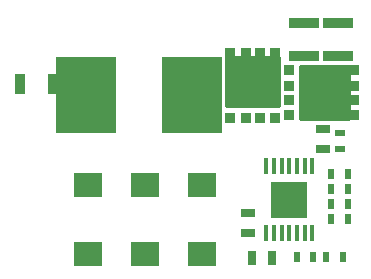
<source format=gtp>
G04*
G04 #@! TF.GenerationSoftware,Altium Limited,Altium Designer,20.1.8 (145)*
G04*
G04 Layer_Color=8421504*
%FSAX44Y44*%
%MOMM*%
G71*
G04*
G04 #@! TF.SameCoordinates,DAE18ED5-9265-4BEA-8E83-C5C8D91DC67F*
G04*
G04*
G04 #@! TF.FilePolarity,Positive*
G04*
G01*
G75*
G04:AMPARAMS|DCode=15|XSize=6.5mm|YSize=5mm|CornerRadius=0.025mm|HoleSize=0mm|Usage=FLASHONLY|Rotation=90.000|XOffset=0mm|YOffset=0mm|HoleType=Round|Shape=RoundedRectangle|*
%AMROUNDEDRECTD15*
21,1,6.5000,4.9500,0,0,90.0*
21,1,6.4500,5.0000,0,0,90.0*
1,1,0.0500,2.4750,3.2250*
1,1,0.0500,2.4750,-3.2250*
1,1,0.0500,-2.4750,-3.2250*
1,1,0.0500,-2.4750,3.2250*
%
%ADD15ROUNDEDRECTD15*%
G04:AMPARAMS|DCode=16|XSize=0.9mm|YSize=0.8mm|CornerRadius=0.0535mm|HoleSize=0mm|Usage=FLASHONLY|Rotation=90.000|XOffset=0mm|YOffset=0mm|HoleType=Round|Shape=RoundedRectangle|*
%AMROUNDEDRECTD16*
21,1,0.9000,0.6930,0,0,90.0*
21,1,0.7930,0.8000,0,0,90.0*
1,1,0.1070,0.3465,0.3965*
1,1,0.1070,0.3465,-0.3965*
1,1,0.1070,-0.3465,-0.3965*
1,1,0.1070,-0.3465,0.3965*
%
%ADD16ROUNDEDRECTD16*%
G04:AMPARAMS|DCode=17|XSize=4.4mm|YSize=4.66mm|CornerRadius=0.0715mm|HoleSize=0mm|Usage=FLASHONLY|Rotation=90.000|XOffset=0mm|YOffset=0mm|HoleType=Round|Shape=RoundedRectangle|*
%AMROUNDEDRECTD17*
21,1,4.4000,4.5170,0,0,90.0*
21,1,4.2570,4.6600,0,0,90.0*
1,1,0.1430,2.2585,2.1285*
1,1,0.1430,2.2585,-2.1285*
1,1,0.1430,-2.2585,-2.1285*
1,1,0.1430,-2.2585,2.1285*
%
%ADD17ROUNDEDRECTD17*%
G04:AMPARAMS|DCode=18|XSize=0.9mm|YSize=0.8mm|CornerRadius=0.0535mm|HoleSize=0mm|Usage=FLASHONLY|Rotation=0.000|XOffset=0mm|YOffset=0mm|HoleType=Round|Shape=RoundedRectangle|*
%AMROUNDEDRECTD18*
21,1,0.9000,0.6930,0,0,0.0*
21,1,0.7930,0.8000,0,0,0.0*
1,1,0.1070,0.3965,-0.3465*
1,1,0.1070,-0.3965,-0.3465*
1,1,0.1070,-0.3965,0.3465*
1,1,0.1070,0.3965,0.3465*
%
%ADD18ROUNDEDRECTD18*%
G04:AMPARAMS|DCode=19|XSize=4.4mm|YSize=4.66mm|CornerRadius=0.0715mm|HoleSize=0mm|Usage=FLASHONLY|Rotation=0.000|XOffset=0mm|YOffset=0mm|HoleType=Round|Shape=RoundedRectangle|*
%AMROUNDEDRECTD19*
21,1,4.4000,4.5170,0,0,0.0*
21,1,4.2570,4.6600,0,0,0.0*
1,1,0.1430,2.1285,-2.2585*
1,1,0.1430,-2.1285,-2.2585*
1,1,0.1430,-2.1285,2.2585*
1,1,0.1430,2.1285,2.2585*
%
%ADD19ROUNDEDRECTD19*%
G04:AMPARAMS|DCode=20|XSize=0.85mm|YSize=0.5mm|CornerRadius=0.0025mm|HoleSize=0mm|Usage=FLASHONLY|Rotation=90.000|XOffset=0mm|YOffset=0mm|HoleType=Round|Shape=RoundedRectangle|*
%AMROUNDEDRECTD20*
21,1,0.8500,0.4950,0,0,90.0*
21,1,0.8450,0.5000,0,0,90.0*
1,1,0.0050,0.2475,0.4225*
1,1,0.0050,0.2475,-0.4225*
1,1,0.0050,-0.2475,-0.4225*
1,1,0.0050,-0.2475,0.4225*
%
%ADD20ROUNDEDRECTD20*%
G04:AMPARAMS|DCode=21|XSize=0.85mm|YSize=0.55mm|CornerRadius=0.0028mm|HoleSize=0mm|Usage=FLASHONLY|Rotation=270.000|XOffset=0mm|YOffset=0mm|HoleType=Round|Shape=RoundedRectangle|*
%AMROUNDEDRECTD21*
21,1,0.8500,0.5445,0,0,270.0*
21,1,0.8445,0.5500,0,0,270.0*
1,1,0.0055,-0.2723,-0.4223*
1,1,0.0055,-0.2723,0.4223*
1,1,0.0055,0.2723,0.4223*
1,1,0.0055,0.2723,-0.4223*
%
%ADD21ROUNDEDRECTD21*%
G04:AMPARAMS|DCode=22|XSize=1.65mm|YSize=0.8mm|CornerRadius=0.004mm|HoleSize=0mm|Usage=FLASHONLY|Rotation=90.000|XOffset=0mm|YOffset=0mm|HoleType=Round|Shape=RoundedRectangle|*
%AMROUNDEDRECTD22*
21,1,1.6500,0.7920,0,0,90.0*
21,1,1.6420,0.8000,0,0,90.0*
1,1,0.0080,0.3960,0.8210*
1,1,0.0080,0.3960,-0.8210*
1,1,0.0080,-0.3960,-0.8210*
1,1,0.0080,-0.3960,0.8210*
%
%ADD22ROUNDEDRECTD22*%
G04:AMPARAMS|DCode=23|XSize=2.35mm|YSize=2.1mm|CornerRadius=0.0105mm|HoleSize=0mm|Usage=FLASHONLY|Rotation=180.000|XOffset=0mm|YOffset=0mm|HoleType=Round|Shape=RoundedRectangle|*
%AMROUNDEDRECTD23*
21,1,2.3500,2.0790,0,0,180.0*
21,1,2.3290,2.1000,0,0,180.0*
1,1,0.0210,-1.1645,1.0395*
1,1,0.0210,1.1645,1.0395*
1,1,0.0210,1.1645,-1.0395*
1,1,0.0210,-1.1645,-1.0395*
%
%ADD23ROUNDEDRECTD23*%
G04:AMPARAMS|DCode=24|XSize=2.9972mm|YSize=3.0988mm|CornerRadius=0.015mm|HoleSize=0mm|Usage=FLASHONLY|Rotation=90.000|XOffset=0mm|YOffset=0mm|HoleType=Round|Shape=RoundedRectangle|*
%AMROUNDEDRECTD24*
21,1,2.9972,3.0688,0,0,90.0*
21,1,2.9672,3.0988,0,0,90.0*
1,1,0.0300,1.5344,1.4836*
1,1,0.0300,1.5344,-1.4836*
1,1,0.0300,-1.5344,-1.4836*
1,1,0.0300,-1.5344,1.4836*
%
%ADD24ROUNDEDRECTD24*%
G04:AMPARAMS|DCode=25|XSize=1.4224mm|YSize=0.35mm|CornerRadius=0.0018mm|HoleSize=0mm|Usage=FLASHONLY|Rotation=270.000|XOffset=0mm|YOffset=0mm|HoleType=Round|Shape=RoundedRectangle|*
%AMROUNDEDRECTD25*
21,1,1.4224,0.3465,0,0,270.0*
21,1,1.4189,0.3500,0,0,270.0*
1,1,0.0035,-0.1733,-0.7095*
1,1,0.0035,-0.1733,0.7095*
1,1,0.0035,0.1733,0.7095*
1,1,0.0035,0.1733,-0.7095*
%
%ADD25ROUNDEDRECTD25*%
G04:AMPARAMS|DCode=26|XSize=1.2mm|YSize=0.7mm|CornerRadius=0.0035mm|HoleSize=0mm|Usage=FLASHONLY|Rotation=180.000|XOffset=0mm|YOffset=0mm|HoleType=Round|Shape=RoundedRectangle|*
%AMROUNDEDRECTD26*
21,1,1.2000,0.6930,0,0,180.0*
21,1,1.1930,0.7000,0,0,180.0*
1,1,0.0070,-0.5965,0.3465*
1,1,0.0070,0.5965,0.3465*
1,1,0.0070,0.5965,-0.3465*
1,1,0.0070,-0.5965,-0.3465*
%
%ADD26ROUNDEDRECTD26*%
G04:AMPARAMS|DCode=27|XSize=1.2mm|YSize=0.7mm|CornerRadius=0.0035mm|HoleSize=0mm|Usage=FLASHONLY|Rotation=90.000|XOffset=0mm|YOffset=0mm|HoleType=Round|Shape=RoundedRectangle|*
%AMROUNDEDRECTD27*
21,1,1.2000,0.6930,0,0,90.0*
21,1,1.1930,0.7000,0,0,90.0*
1,1,0.0070,0.3465,0.5965*
1,1,0.0070,0.3465,-0.5965*
1,1,0.0070,-0.3465,-0.5965*
1,1,0.0070,-0.3465,0.5965*
%
%ADD27ROUNDEDRECTD27*%
G04:AMPARAMS|DCode=28|XSize=0.85mm|YSize=0.5mm|CornerRadius=0.0025mm|HoleSize=0mm|Usage=FLASHONLY|Rotation=180.000|XOffset=0mm|YOffset=0mm|HoleType=Round|Shape=RoundedRectangle|*
%AMROUNDEDRECTD28*
21,1,0.8500,0.4950,0,0,180.0*
21,1,0.8450,0.5000,0,0,180.0*
1,1,0.0050,-0.4225,0.2475*
1,1,0.0050,0.4225,0.2475*
1,1,0.0050,0.4225,-0.2475*
1,1,0.0050,-0.4225,-0.2475*
%
%ADD28ROUNDEDRECTD28*%
G04:AMPARAMS|DCode=29|XSize=2.55mm|YSize=0.8mm|CornerRadius=0.004mm|HoleSize=0mm|Usage=FLASHONLY|Rotation=0.000|XOffset=0mm|YOffset=0mm|HoleType=Round|Shape=RoundedRectangle|*
%AMROUNDEDRECTD29*
21,1,2.5500,0.7920,0,0,0.0*
21,1,2.5420,0.8000,0,0,0.0*
1,1,0.0080,1.2710,-0.3960*
1,1,0.0080,-1.2710,-0.3960*
1,1,0.0080,-1.2710,0.3960*
1,1,0.0080,1.2710,0.3960*
%
%ADD29ROUNDEDRECTD29*%
G36*
X00234813Y00167942D02*
X00221613D01*
Y00180275D01*
X00234813D01*
Y00167942D01*
D02*
G37*
G36*
X00219613D02*
X00206413D01*
Y00180275D01*
X00219613D01*
Y00167942D01*
D02*
G37*
G36*
X00204413D02*
X00191213D01*
Y00180275D01*
X00204413D01*
Y00167942D01*
D02*
G37*
G36*
X00234813Y00153608D02*
X00221613D01*
Y00165942D01*
X00234813D01*
Y00153608D01*
D02*
G37*
G36*
X00219613D02*
X00206413D01*
Y00165942D01*
X00219613D01*
Y00153608D01*
D02*
G37*
G36*
X00204413D02*
X00191213D01*
Y00165942D01*
X00204413D01*
Y00153608D01*
D02*
G37*
G36*
X00234813Y00139275D02*
X00221613D01*
Y00151608D01*
X00234813D01*
Y00139275D01*
D02*
G37*
G36*
X00219613D02*
X00206413D01*
Y00151608D01*
X00219613D01*
Y00139275D01*
D02*
G37*
G36*
X00204413D02*
X00191213D01*
Y00151608D01*
X00204413D01*
Y00139275D01*
D02*
G37*
G36*
X00294038Y00160350D02*
X00281705D01*
Y00173550D01*
X00294038D01*
Y00160350D01*
D02*
G37*
G36*
X00279705D02*
X00267372D01*
Y00173550D01*
X00279705D01*
Y00160350D01*
D02*
G37*
G36*
X00265372D02*
X00253038D01*
Y00173550D01*
X00265372D01*
Y00160350D01*
D02*
G37*
G36*
X00294038Y00145150D02*
X00281705D01*
Y00158350D01*
X00294038D01*
Y00145150D01*
D02*
G37*
G36*
X00279705D02*
X00267372D01*
Y00158350D01*
X00279705D01*
Y00145150D01*
D02*
G37*
G36*
X00265372D02*
X00253038D01*
Y00158350D01*
X00265372D01*
Y00145150D01*
D02*
G37*
G36*
X00294038Y00129950D02*
X00281705D01*
Y00143150D01*
X00294038D01*
Y00129950D01*
D02*
G37*
G36*
X00279705D02*
X00267372D01*
Y00143150D01*
X00279705D01*
Y00129950D01*
D02*
G37*
G36*
X00265372D02*
X00253038D01*
Y00143150D01*
X00265372D01*
Y00129950D01*
D02*
G37*
D15*
X00162003Y00150000D02*
D03*
X00072003D02*
D03*
D16*
X00194013Y00130250D02*
D03*
Y00185300D02*
D03*
X00207013D02*
D03*
X00219013D02*
D03*
X00232013D02*
D03*
Y00130250D02*
D03*
X00219013D02*
D03*
X00207013D02*
D03*
D17*
X00213013Y00160775D02*
D03*
D18*
X00244013Y00157750D02*
D03*
Y00145750D02*
D03*
Y00132750D02*
D03*
X00299063D02*
D03*
Y00145750D02*
D03*
Y00157750D02*
D03*
Y00170750D02*
D03*
X00244013D02*
D03*
D19*
X00274538Y00151750D02*
D03*
D20*
X00279750Y00083111D02*
D03*
X00293750D02*
D03*
X00279750Y00070530D02*
D03*
X00293750D02*
D03*
X00275515Y00012999D02*
D03*
X00289515D02*
D03*
X00279750Y00057722D02*
D03*
X00293750D02*
D03*
D21*
X00279750Y00044934D02*
D03*
X00293750D02*
D03*
X00250513Y00012999D02*
D03*
X00264513D02*
D03*
D22*
X00015742Y00159000D02*
D03*
X00044242D02*
D03*
D23*
X00073750Y00015499D02*
D03*
Y00073999D02*
D03*
X00121753D02*
D03*
Y00015499D02*
D03*
X00169755D02*
D03*
Y00073999D02*
D03*
D24*
X00244013Y00061354D02*
D03*
D25*
X00224513Y00089802D02*
D03*
X00231013D02*
D03*
X00237513D02*
D03*
X00244013D02*
D03*
X00250513D02*
D03*
X00257013D02*
D03*
X00263513D02*
D03*
X00263513Y00032906D02*
D03*
X00257013D02*
D03*
X00250513D02*
D03*
X00244013D02*
D03*
X00237513D02*
D03*
X00231013D02*
D03*
X00224513D02*
D03*
D26*
X00209271D02*
D03*
Y00049906D02*
D03*
X00272739Y00104253D02*
D03*
Y00121253D02*
D03*
D27*
X00229799Y00012349D02*
D03*
X00212799D02*
D03*
D28*
X00287084Y00118205D02*
D03*
Y00104205D02*
D03*
D29*
X00285567Y00211253D02*
D03*
Y00182753D02*
D03*
X00256564Y00211253D02*
D03*
Y00182753D02*
D03*
M02*

</source>
